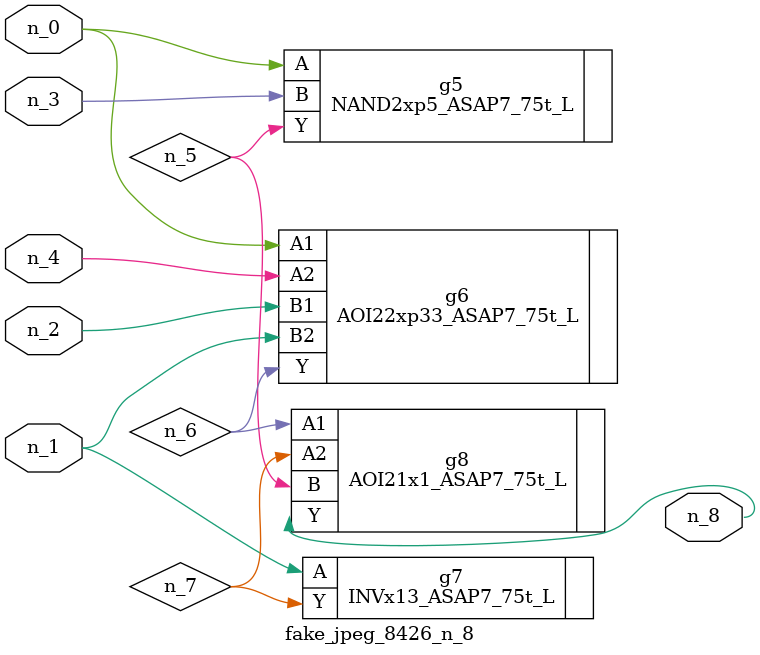
<source format=v>
module fake_jpeg_8426_n_8 (n_3, n_2, n_1, n_0, n_4, n_8);

input n_3;
input n_2;
input n_1;
input n_0;
input n_4;

output n_8;

wire n_6;
wire n_5;
wire n_7;

NAND2xp5_ASAP7_75t_L g5 ( 
.A(n_0),
.B(n_3),
.Y(n_5)
);

AOI22xp33_ASAP7_75t_L g6 ( 
.A1(n_0),
.A2(n_4),
.B1(n_2),
.B2(n_1),
.Y(n_6)
);

INVx13_ASAP7_75t_L g7 ( 
.A(n_1),
.Y(n_7)
);

AOI21x1_ASAP7_75t_L g8 ( 
.A1(n_6),
.A2(n_7),
.B(n_5),
.Y(n_8)
);


endmodule
</source>
